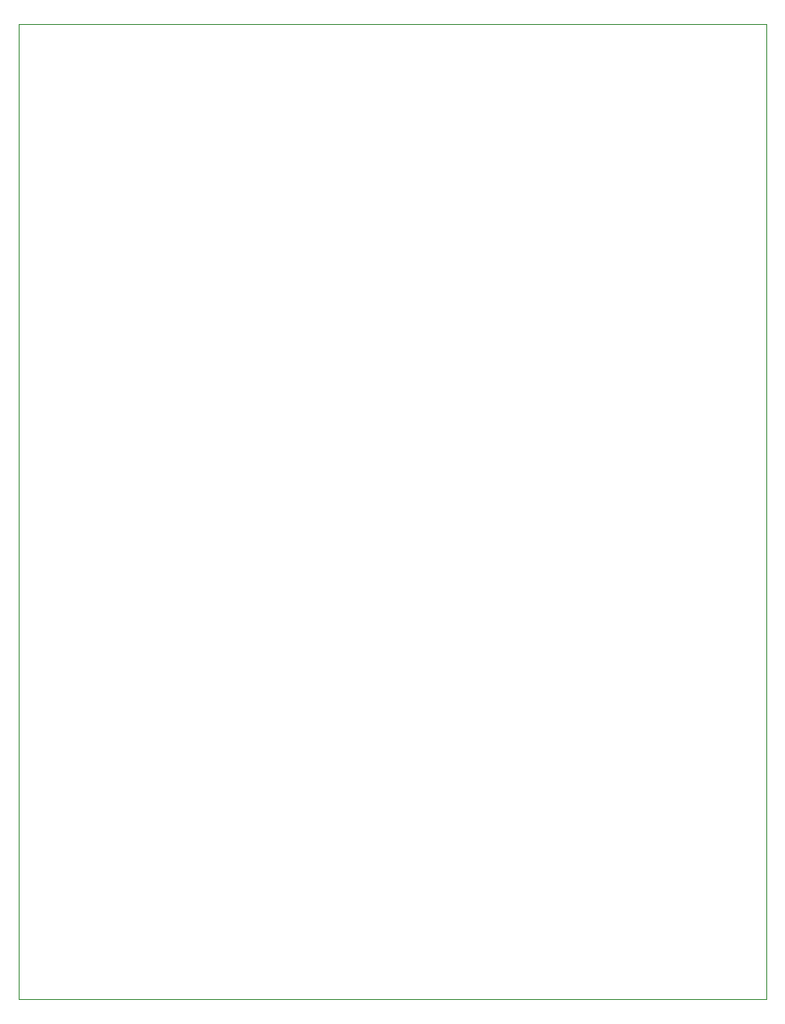
<source format=gbr>
%TF.GenerationSoftware,KiCad,Pcbnew,(5.1.6)-1*%
%TF.CreationDate,2020-07-18T16:29:51-07:00*%
%TF.ProjectId,Ign-Inj LEDs,49676e2d-496e-46a2-904c-4544732e6b69,rev?*%
%TF.SameCoordinates,Original*%
%TF.FileFunction,Profile,NP*%
%FSLAX46Y46*%
G04 Gerber Fmt 4.6, Leading zero omitted, Abs format (unit mm)*
G04 Created by KiCad (PCBNEW (5.1.6)-1) date 2020-07-18 16:29:51*
%MOMM*%
%LPD*%
G01*
G04 APERTURE LIST*
%TA.AperFunction,Profile*%
%ADD10C,0.050000*%
%TD*%
G04 APERTURE END LIST*
D10*
X87630000Y-1040130000D02*
X87630000Y-966470000D01*
X158750000Y-1040130000D02*
X87630000Y-1040130000D01*
X158750000Y-947420000D02*
X158750000Y-1040130000D01*
X87630000Y-947420000D02*
X158750000Y-947420000D01*
X87630000Y-966470000D02*
X87630000Y-947420000D01*
M02*

</source>
